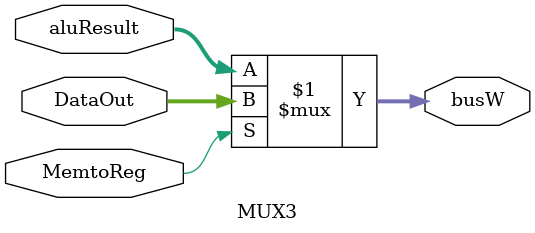
<source format=v>
module MUX1(
    input [4:0] Rd,
    input [4:0] Rt,
    input RegDst,

    output [4:0] Rw
);

    assign Rw = (RegDst ? Rd : Rt);

endmodule

module MUX2(
    input [31:0] busB,
    input [31:0] imm32,
    input ALUsrc,

    output [31:0] ALUIn2
);

    assign ALUIn2 = (ALUsrc ? imm32 : busB);

endmodule

module MUX3(
    input [31:0] aluResult,
    input [31:0] DataOut,
    input MemtoReg,

    output [31:0] busW
);

    assign busW = (MemtoReg ? DataOut : aluResult);

endmodule
</source>
